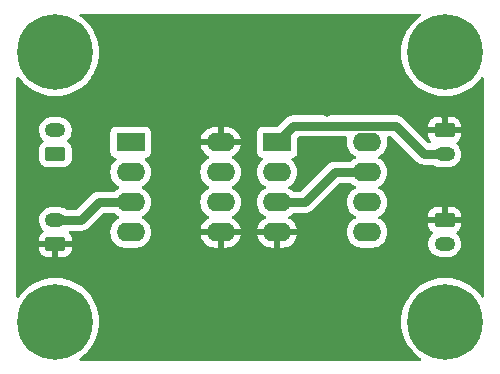
<source format=gbl>
%TF.GenerationSoftware,KiCad,Pcbnew,6.0.11-2627ca5db0~126~ubuntu22.04.1*%
%TF.CreationDate,2023-02-23T11:24:01+01:00*%
%TF.ProjectId,motordriver,6d6f746f-7264-4726-9976-65722e6b6963,rev?*%
%TF.SameCoordinates,Original*%
%TF.FileFunction,Copper,L2,Bot*%
%TF.FilePolarity,Positive*%
%FSLAX46Y46*%
G04 Gerber Fmt 4.6, Leading zero omitted, Abs format (unit mm)*
G04 Created by KiCad (PCBNEW 6.0.11-2627ca5db0~126~ubuntu22.04.1) date 2023-02-23 11:24:01*
%MOMM*%
%LPD*%
G01*
G04 APERTURE LIST*
G04 Aperture macros list*
%AMRoundRect*
0 Rectangle with rounded corners*
0 $1 Rounding radius*
0 $2 $3 $4 $5 $6 $7 $8 $9 X,Y pos of 4 corners*
0 Add a 4 corners polygon primitive as box body*
4,1,4,$2,$3,$4,$5,$6,$7,$8,$9,$2,$3,0*
0 Add four circle primitives for the rounded corners*
1,1,$1+$1,$2,$3*
1,1,$1+$1,$4,$5*
1,1,$1+$1,$6,$7*
1,1,$1+$1,$8,$9*
0 Add four rect primitives between the rounded corners*
20,1,$1+$1,$2,$3,$4,$5,0*
20,1,$1+$1,$4,$5,$6,$7,0*
20,1,$1+$1,$6,$7,$8,$9,0*
20,1,$1+$1,$8,$9,$2,$3,0*%
G04 Aperture macros list end*
%TA.AperFunction,ComponentPad*%
%ADD10RoundRect,0.250000X-0.625000X0.350000X-0.625000X-0.350000X0.625000X-0.350000X0.625000X0.350000X0*%
%TD*%
%TA.AperFunction,ComponentPad*%
%ADD11O,1.750000X1.200000*%
%TD*%
%TA.AperFunction,ComponentPad*%
%ADD12R,2.400000X1.600000*%
%TD*%
%TA.AperFunction,ComponentPad*%
%ADD13O,2.400000X1.600000*%
%TD*%
%TA.AperFunction,ComponentPad*%
%ADD14C,0.800000*%
%TD*%
%TA.AperFunction,ComponentPad*%
%ADD15C,6.400000*%
%TD*%
%TA.AperFunction,ComponentPad*%
%ADD16RoundRect,0.250000X0.625000X-0.350000X0.625000X0.350000X-0.625000X0.350000X-0.625000X-0.350000X0*%
%TD*%
%TA.AperFunction,ViaPad*%
%ADD17C,0.800000*%
%TD*%
%TA.AperFunction,Conductor*%
%ADD18C,0.762000*%
%TD*%
G04 APERTURE END LIST*
D10*
%TO.P,SW1,1,1*%
%TO.N,GND*%
X156350000Y-105915000D03*
D11*
%TO.P,SW1,2,2*%
%TO.N,Net-(R1-Pad2)*%
X156350000Y-107915000D03*
%TD*%
D12*
%TO.P,U1,1,A*%
%TO.N,Net-(R2-Pad2)*%
X142175000Y-99315000D03*
D13*
%TO.P,U1,2,B*%
%TO.N,Net-(R4-Pad2)*%
X142175000Y-101855000D03*
%TO.P,U1,3,C*%
%TO.N,Net-(R3-Pad2)*%
X142175000Y-104395000D03*
%TO.P,U1,4,VSS*%
%TO.N,GND*%
X142175000Y-106935000D03*
%TO.P,U1,5,F*%
%TO.N,Net-(R4-Pad2)*%
X149795000Y-106935000D03*
%TO.P,U1,6,E*%
%TO.N,Net-(R1-Pad2)*%
X149795000Y-104395000D03*
%TO.P,U1,7,D*%
%TO.N,Net-(R3-Pad2)*%
X149795000Y-101855000D03*
%TO.P,U1,8,VDD*%
%TO.N,+BATT*%
X149795000Y-99315000D03*
%TD*%
D14*
%TO.P,H3,1,1*%
%TO.N,unconnected-(H3-Pad1)*%
X158800000Y-114515000D03*
D15*
X156400000Y-114515000D03*
D14*
X158097056Y-112817944D03*
X154000000Y-114515000D03*
X156400000Y-116915000D03*
X154702944Y-116212056D03*
X154702944Y-112817944D03*
X156400000Y-112115000D03*
X158097056Y-116212056D03*
%TD*%
D16*
%TO.P,M1,1,+*%
%TO.N,Net-(M1-Pad1)*%
X123400000Y-100315000D03*
D11*
%TO.P,M1,2,-*%
%TO.N,Net-(M1-Pad2)*%
X123400000Y-98315000D03*
%TD*%
D14*
%TO.P,H4,1,1*%
%TO.N,unconnected-(H4-Pad1)*%
X158097056Y-93412056D03*
X156400000Y-89315000D03*
X154702944Y-90017944D03*
X154000000Y-91715000D03*
X154702944Y-93412056D03*
D15*
X156400000Y-91715000D03*
D14*
X156400000Y-94115000D03*
X158097056Y-90017944D03*
X158800000Y-91715000D03*
%TD*%
D12*
%TO.P,U2,1,OA*%
%TO.N,Net-(M1-Pad2)*%
X129775000Y-99315000D03*
D13*
%TO.P,U2,2,VCC*%
%TO.N,+BATT*%
X129775000Y-101855000D03*
%TO.P,U2,3,VCC*%
X129775000Y-104395000D03*
%TO.P,U2,4,OB*%
%TO.N,Net-(M1-Pad1)*%
X129775000Y-106935000D03*
%TO.P,U2,5,GND*%
%TO.N,GND*%
X137395000Y-106935000D03*
%TO.P,U2,6,IA*%
%TO.N,Net-(R3-Pad2)*%
X137395000Y-104395000D03*
%TO.P,U2,7,IB*%
%TO.N,Net-(R4-Pad2)*%
X137395000Y-101855000D03*
%TO.P,U2,8,GND*%
%TO.N,GND*%
X137395000Y-99315000D03*
%TD*%
D10*
%TO.P,SW2,1,1*%
%TO.N,GND*%
X156350000Y-98315000D03*
D11*
%TO.P,SW2,2,2*%
%TO.N,Net-(R2-Pad2)*%
X156350000Y-100315000D03*
%TD*%
D14*
%TO.P,H2,1,1*%
%TO.N,unconnected-(H2-Pad1)*%
X123400000Y-116915000D03*
X121000000Y-114515000D03*
X125097056Y-116212056D03*
X125800000Y-114515000D03*
X123400000Y-112115000D03*
X121702944Y-116212056D03*
X125097056Y-112817944D03*
D15*
X123400000Y-114515000D03*
D14*
X121702944Y-112817944D03*
%TD*%
D16*
%TO.P,J1,1,Pin_1*%
%TO.N,GND*%
X123400000Y-107915000D03*
D11*
%TO.P,J1,2,Pin_2*%
%TO.N,+BATT*%
X123400000Y-105915000D03*
%TD*%
D14*
%TO.P,H1,1,1*%
%TO.N,unconnected-(H1-Pad1)*%
X125097056Y-93412056D03*
X121702944Y-93412056D03*
D15*
X123400000Y-91715000D03*
D14*
X121702944Y-90017944D03*
X125097056Y-90017944D03*
X123400000Y-94115000D03*
X125800000Y-91715000D03*
X123400000Y-89315000D03*
X121000000Y-91715000D03*
%TD*%
D17*
%TO.N,GND*%
X151800000Y-109315000D03*
X136200000Y-110515000D03*
X135000000Y-109315000D03*
X148200000Y-110515000D03*
X151800000Y-110515000D03*
X150600000Y-109315000D03*
X135000000Y-110515000D03*
X129000000Y-109315000D03*
X130200000Y-110515000D03*
X138600000Y-109315000D03*
X132600000Y-109315000D03*
X130200000Y-109315000D03*
X131400000Y-109315000D03*
X147200000Y-99800000D03*
X144600000Y-110515000D03*
X136200000Y-109315000D03*
X137400000Y-110515000D03*
X147000000Y-109315000D03*
X149400000Y-109315000D03*
X127800000Y-110515000D03*
X144600000Y-109315000D03*
X133800000Y-109315000D03*
X132600000Y-110515000D03*
X142200000Y-109315000D03*
X150600000Y-110515000D03*
X143400000Y-110515000D03*
X139800000Y-110515000D03*
X139800000Y-109315000D03*
X146400000Y-96800000D03*
X147000000Y-110515000D03*
X149800000Y-90715000D03*
X141000000Y-109315000D03*
X133800000Y-110515000D03*
X145800000Y-110515000D03*
X129800000Y-90715000D03*
X131400000Y-110515000D03*
X143400000Y-109315000D03*
X138600000Y-110515000D03*
X127600000Y-100915000D03*
X141000000Y-110515000D03*
X129000000Y-110515000D03*
X148200000Y-109315000D03*
X137400000Y-109315000D03*
X127800000Y-109315000D03*
X145800000Y-109315000D03*
X142200000Y-110515000D03*
X149400000Y-110515000D03*
%TD*%
D18*
%TO.N,+BATT*%
X127120000Y-104395000D02*
X129775000Y-104395000D01*
X125600000Y-105915000D02*
X127120000Y-104395000D01*
X123400000Y-105915000D02*
X125600000Y-105915000D01*
%TO.N,Net-(R2-Pad2)*%
X154600000Y-100315000D02*
X156350000Y-100315000D01*
X142175000Y-99315000D02*
X143556000Y-97934000D01*
X143556000Y-97934000D02*
X152219000Y-97934000D01*
X152219000Y-97934000D02*
X154600000Y-100315000D01*
%TO.N,Net-(R3-Pad2)*%
X144520000Y-104395000D02*
X147060000Y-101855000D01*
X147060000Y-101855000D02*
X149795000Y-101855000D01*
X142175000Y-104395000D02*
X144520000Y-104395000D01*
%TD*%
%TA.AperFunction,Conductor*%
%TO.N,GND*%
G36*
X154302121Y-88443502D02*
G01*
X154348614Y-88497158D01*
X154358718Y-88567432D01*
X154329224Y-88632012D01*
X154302625Y-88655172D01*
X154217207Y-88710643D01*
X153915124Y-88955266D01*
X153640266Y-89230124D01*
X153395643Y-89532207D01*
X153183938Y-89858206D01*
X153007468Y-90204547D01*
X152868167Y-90567438D01*
X152767562Y-90942901D01*
X152706754Y-91326824D01*
X152686411Y-91715000D01*
X152706754Y-92103176D01*
X152767562Y-92487099D01*
X152868167Y-92862562D01*
X153007468Y-93225453D01*
X153008966Y-93228393D01*
X153108106Y-93422965D01*
X153183938Y-93571794D01*
X153185734Y-93574560D01*
X153185736Y-93574563D01*
X153340173Y-93812376D01*
X153395643Y-93897793D01*
X153640266Y-94199876D01*
X153915124Y-94474734D01*
X154217207Y-94719357D01*
X154543205Y-94931062D01*
X154546139Y-94932557D01*
X154546146Y-94932561D01*
X154886607Y-95106034D01*
X154889547Y-95107532D01*
X155252438Y-95246833D01*
X155627901Y-95347438D01*
X155831793Y-95379732D01*
X156008576Y-95407732D01*
X156008584Y-95407733D01*
X156011824Y-95408246D01*
X156400000Y-95428589D01*
X156788176Y-95408246D01*
X156791416Y-95407733D01*
X156791424Y-95407732D01*
X156968207Y-95379732D01*
X157172099Y-95347438D01*
X157547562Y-95246833D01*
X157910453Y-95107532D01*
X157913393Y-95106034D01*
X158253854Y-94932561D01*
X158253861Y-94932557D01*
X158256795Y-94931062D01*
X158582793Y-94719357D01*
X158884876Y-94474734D01*
X159159734Y-94199876D01*
X159404357Y-93897793D01*
X159459827Y-93812376D01*
X159513703Y-93766139D01*
X159584025Y-93756369D01*
X159648464Y-93786169D01*
X159686564Y-93846077D01*
X159691500Y-93881000D01*
X159691500Y-112349000D01*
X159671498Y-112417121D01*
X159617842Y-112463614D01*
X159547568Y-112473718D01*
X159482988Y-112444224D01*
X159459827Y-112417624D01*
X159406152Y-112334971D01*
X159406152Y-112334970D01*
X159404357Y-112332207D01*
X159159734Y-112030124D01*
X158884876Y-111755266D01*
X158582793Y-111510643D01*
X158256795Y-111298938D01*
X158253861Y-111297443D01*
X158253854Y-111297439D01*
X157913393Y-111123966D01*
X157910453Y-111122468D01*
X157547562Y-110983167D01*
X157172099Y-110882562D01*
X156968207Y-110850268D01*
X156791424Y-110822268D01*
X156791416Y-110822267D01*
X156788176Y-110821754D01*
X156400000Y-110801411D01*
X156011824Y-110821754D01*
X156008584Y-110822267D01*
X156008576Y-110822268D01*
X155831793Y-110850268D01*
X155627901Y-110882562D01*
X155252438Y-110983167D01*
X154889547Y-111122468D01*
X154886607Y-111123966D01*
X154546147Y-111297439D01*
X154546140Y-111297443D01*
X154543206Y-111298938D01*
X154217207Y-111510643D01*
X153915124Y-111755266D01*
X153640266Y-112030124D01*
X153395643Y-112332207D01*
X153393848Y-112334970D01*
X153393848Y-112334971D01*
X153305386Y-112471192D01*
X153183938Y-112658206D01*
X153007468Y-113004547D01*
X152868167Y-113367438D01*
X152767562Y-113742901D01*
X152706754Y-114126824D01*
X152686411Y-114515000D01*
X152706754Y-114903176D01*
X152767562Y-115287099D01*
X152868167Y-115662562D01*
X153007468Y-116025453D01*
X153183938Y-116371794D01*
X153395643Y-116697793D01*
X153640266Y-116999876D01*
X153915124Y-117274734D01*
X154217207Y-117519357D01*
X154219970Y-117521152D01*
X154219971Y-117521152D01*
X154302624Y-117574827D01*
X154348861Y-117628703D01*
X154358631Y-117699025D01*
X154328831Y-117763464D01*
X154268923Y-117801564D01*
X154234000Y-117806500D01*
X139900017Y-117806500D01*
X125566002Y-117806499D01*
X125497881Y-117786497D01*
X125451388Y-117732841D01*
X125441284Y-117662567D01*
X125470778Y-117597987D01*
X125497378Y-117574826D01*
X125580029Y-117521152D01*
X125580030Y-117521152D01*
X125582793Y-117519357D01*
X125884876Y-117274734D01*
X126159734Y-116999876D01*
X126404357Y-116697793D01*
X126616062Y-116371794D01*
X126792532Y-116025453D01*
X126931833Y-115662562D01*
X127032438Y-115287099D01*
X127093246Y-114903176D01*
X127113589Y-114515000D01*
X127093246Y-114126824D01*
X127032438Y-113742901D01*
X126931833Y-113367438D01*
X126792532Y-113004547D01*
X126616062Y-112658206D01*
X126494615Y-112471192D01*
X126406152Y-112334971D01*
X126406152Y-112334970D01*
X126404357Y-112332207D01*
X126159734Y-112030124D01*
X125884876Y-111755266D01*
X125582793Y-111510643D01*
X125256795Y-111298938D01*
X125253861Y-111297443D01*
X125253854Y-111297439D01*
X124913393Y-111123966D01*
X124910453Y-111122468D01*
X124547562Y-110983167D01*
X124172099Y-110882562D01*
X123968207Y-110850268D01*
X123791424Y-110822268D01*
X123791416Y-110822267D01*
X123788176Y-110821754D01*
X123400000Y-110801411D01*
X123011824Y-110821754D01*
X123008584Y-110822267D01*
X123008576Y-110822268D01*
X122831793Y-110850268D01*
X122627901Y-110882562D01*
X122252438Y-110983167D01*
X121889547Y-111122468D01*
X121886607Y-111123966D01*
X121546147Y-111297439D01*
X121546140Y-111297443D01*
X121543206Y-111298938D01*
X121217207Y-111510643D01*
X120915124Y-111755266D01*
X120640266Y-112030124D01*
X120395643Y-112332207D01*
X120393848Y-112334970D01*
X120393848Y-112334971D01*
X120335412Y-112424955D01*
X120281535Y-112471192D01*
X120211214Y-112480962D01*
X120146774Y-112451162D01*
X120108675Y-112391254D01*
X120103739Y-112356302D01*
X120104672Y-108312095D01*
X122017001Y-108312095D01*
X122017338Y-108318614D01*
X122027257Y-108414206D01*
X122030149Y-108427600D01*
X122081588Y-108581784D01*
X122087761Y-108594962D01*
X122173063Y-108732807D01*
X122182099Y-108744208D01*
X122296829Y-108858739D01*
X122308240Y-108867751D01*
X122446243Y-108952816D01*
X122459424Y-108958963D01*
X122613710Y-109010138D01*
X122627086Y-109013005D01*
X122721438Y-109022672D01*
X122727854Y-109023000D01*
X123127885Y-109023000D01*
X123143124Y-109018525D01*
X123144329Y-109017135D01*
X123146000Y-109009452D01*
X123146000Y-109004884D01*
X123654000Y-109004884D01*
X123658475Y-109020123D01*
X123659865Y-109021328D01*
X123667548Y-109022999D01*
X124072095Y-109022999D01*
X124078614Y-109022662D01*
X124174206Y-109012743D01*
X124187600Y-109009851D01*
X124341784Y-108958412D01*
X124354962Y-108952239D01*
X124492807Y-108866937D01*
X124504208Y-108857901D01*
X124618739Y-108743171D01*
X124627751Y-108731760D01*
X124712816Y-108593757D01*
X124718963Y-108580576D01*
X124770138Y-108426290D01*
X124773005Y-108412914D01*
X124782672Y-108318562D01*
X124783000Y-108312146D01*
X124783000Y-108187115D01*
X124778525Y-108171876D01*
X124777135Y-108170671D01*
X124769452Y-108169000D01*
X123672115Y-108169000D01*
X123656876Y-108173475D01*
X123655671Y-108174865D01*
X123654000Y-108182548D01*
X123654000Y-109004884D01*
X123146000Y-109004884D01*
X123146000Y-108187115D01*
X123141525Y-108171876D01*
X123140135Y-108170671D01*
X123132452Y-108169000D01*
X122035116Y-108169000D01*
X122019877Y-108173475D01*
X122018672Y-108174865D01*
X122017001Y-108182548D01*
X122017001Y-108312095D01*
X120104672Y-108312095D01*
X120105238Y-105860604D01*
X122012787Y-105860604D01*
X122022567Y-106071899D01*
X122072125Y-106277534D01*
X122074607Y-106282992D01*
X122074608Y-106282996D01*
X122087839Y-106312095D01*
X122159674Y-106470087D01*
X122282054Y-106642611D01*
X122286377Y-106646749D01*
X122286381Y-106646754D01*
X122377691Y-106734164D01*
X122413067Y-106795720D01*
X122409548Y-106866629D01*
X122368251Y-106924379D01*
X122356863Y-106932326D01*
X122307193Y-106963063D01*
X122295792Y-106972099D01*
X122181261Y-107086829D01*
X122172249Y-107098240D01*
X122087184Y-107236243D01*
X122081037Y-107249424D01*
X122029862Y-107403710D01*
X122026995Y-107417086D01*
X122017328Y-107511438D01*
X122017000Y-107517855D01*
X122017000Y-107642885D01*
X122021475Y-107658124D01*
X122022865Y-107659329D01*
X122030548Y-107661000D01*
X124764884Y-107661000D01*
X124780123Y-107656525D01*
X124781328Y-107655135D01*
X124782999Y-107647452D01*
X124782999Y-107517905D01*
X124782662Y-107511386D01*
X124772743Y-107415794D01*
X124769851Y-107402400D01*
X124718412Y-107248216D01*
X124712239Y-107235038D01*
X124626937Y-107097193D01*
X124617901Y-107085792D01*
X124551667Y-107019673D01*
X124517588Y-106957390D01*
X124522591Y-106886570D01*
X124565088Y-106829697D01*
X124631587Y-106804829D01*
X124640685Y-106804500D01*
X125520075Y-106804500D01*
X125539786Y-106806051D01*
X125546673Y-106807142D01*
X125546675Y-106807142D01*
X125553190Y-106808174D01*
X125559778Y-106807829D01*
X125559782Y-106807829D01*
X125619999Y-106804673D01*
X125626593Y-106804500D01*
X125646620Y-106804500D01*
X125649891Y-106804156D01*
X125649895Y-106804156D01*
X125666539Y-106802407D01*
X125673113Y-106801890D01*
X125733316Y-106798735D01*
X125733318Y-106798735D01*
X125739915Y-106798389D01*
X125753028Y-106794875D01*
X125772470Y-106791272D01*
X125773712Y-106791142D01*
X125779385Y-106790546D01*
X125779389Y-106790545D01*
X125785956Y-106789855D01*
X125849581Y-106769182D01*
X125855906Y-106767309D01*
X125863359Y-106765312D01*
X125920524Y-106749994D01*
X125932616Y-106743833D01*
X125950875Y-106736270D01*
X125963785Y-106732075D01*
X126021724Y-106698624D01*
X126027520Y-106695477D01*
X126087125Y-106665107D01*
X126097670Y-106656568D01*
X126113955Y-106645375D01*
X126120002Y-106641884D01*
X126120005Y-106641881D01*
X126125715Y-106638585D01*
X126130615Y-106634173D01*
X126130619Y-106634170D01*
X126160425Y-106607331D01*
X126175432Y-106593819D01*
X126180446Y-106589537D01*
X126193441Y-106579014D01*
X126196006Y-106576937D01*
X126210153Y-106562790D01*
X126214937Y-106558249D01*
X126259766Y-106517885D01*
X126259767Y-106517883D01*
X126264669Y-106513470D01*
X126272652Y-106502482D01*
X126285489Y-106487454D01*
X127451538Y-105321405D01*
X127513850Y-105287379D01*
X127540633Y-105284500D01*
X128361812Y-105284500D01*
X128429933Y-105304502D01*
X128450907Y-105321405D01*
X128530700Y-105401198D01*
X128535208Y-105404355D01*
X128535211Y-105404357D01*
X128551545Y-105415794D01*
X128718251Y-105532523D01*
X128723233Y-105534846D01*
X128723238Y-105534849D01*
X128757457Y-105550805D01*
X128810742Y-105597722D01*
X128830203Y-105665999D01*
X128809661Y-105733959D01*
X128757457Y-105779195D01*
X128723238Y-105795151D01*
X128723233Y-105795154D01*
X128718251Y-105797477D01*
X128636580Y-105854664D01*
X128535211Y-105925643D01*
X128535208Y-105925645D01*
X128530700Y-105928802D01*
X128368802Y-106090700D01*
X128237477Y-106278251D01*
X128235154Y-106283233D01*
X128235151Y-106283238D01*
X128167835Y-106427600D01*
X128140716Y-106485757D01*
X128139294Y-106491065D01*
X128139293Y-106491067D01*
X128098687Y-106642611D01*
X128081457Y-106706913D01*
X128061502Y-106935000D01*
X128081457Y-107163087D01*
X128082881Y-107168400D01*
X128082881Y-107168402D01*
X128092031Y-107202548D01*
X128140716Y-107384243D01*
X128143039Y-107389224D01*
X128143039Y-107389225D01*
X128235151Y-107586762D01*
X128235154Y-107586767D01*
X128237477Y-107591749D01*
X128284797Y-107659329D01*
X128358153Y-107764091D01*
X128368802Y-107779300D01*
X128530700Y-107941198D01*
X128535208Y-107944355D01*
X128535211Y-107944357D01*
X128562406Y-107963399D01*
X128718251Y-108072523D01*
X128723233Y-108074846D01*
X128723238Y-108074849D01*
X128919765Y-108166490D01*
X128925757Y-108169284D01*
X128931065Y-108170706D01*
X128931067Y-108170707D01*
X129141598Y-108227119D01*
X129141600Y-108227119D01*
X129146913Y-108228543D01*
X129245120Y-108237135D01*
X129315149Y-108243262D01*
X129315156Y-108243262D01*
X129317873Y-108243500D01*
X130232127Y-108243500D01*
X130234844Y-108243262D01*
X130234851Y-108243262D01*
X130304880Y-108237135D01*
X130403087Y-108228543D01*
X130408400Y-108227119D01*
X130408402Y-108227119D01*
X130618933Y-108170707D01*
X130618935Y-108170706D01*
X130624243Y-108169284D01*
X130630235Y-108166490D01*
X130826762Y-108074849D01*
X130826767Y-108074846D01*
X130831749Y-108072523D01*
X130987594Y-107963399D01*
X131014789Y-107944357D01*
X131014792Y-107944355D01*
X131019300Y-107941198D01*
X131181198Y-107779300D01*
X131191848Y-107764091D01*
X131265203Y-107659329D01*
X131312523Y-107591749D01*
X131314846Y-107586767D01*
X131314849Y-107586762D01*
X131406961Y-107389225D01*
X131406961Y-107389224D01*
X131409284Y-107384243D01*
X131457970Y-107202548D01*
X131458245Y-107201522D01*
X135712273Y-107201522D01*
X135759764Y-107378761D01*
X135763510Y-107389053D01*
X135855586Y-107586511D01*
X135861069Y-107596007D01*
X135986028Y-107774467D01*
X135993084Y-107782875D01*
X136147125Y-107936916D01*
X136155533Y-107943972D01*
X136333993Y-108068931D01*
X136343489Y-108074414D01*
X136540947Y-108166490D01*
X136551239Y-108170236D01*
X136761688Y-108226625D01*
X136772481Y-108228528D01*
X136935170Y-108242762D01*
X136940635Y-108243000D01*
X137122885Y-108243000D01*
X137138124Y-108238525D01*
X137139329Y-108237135D01*
X137141000Y-108229452D01*
X137141000Y-108224885D01*
X137649000Y-108224885D01*
X137653475Y-108240124D01*
X137654865Y-108241329D01*
X137662548Y-108243000D01*
X137849365Y-108243000D01*
X137854830Y-108242762D01*
X138017519Y-108228528D01*
X138028312Y-108226625D01*
X138238761Y-108170236D01*
X138249053Y-108166490D01*
X138446511Y-108074414D01*
X138456007Y-108068931D01*
X138634467Y-107943972D01*
X138642875Y-107936916D01*
X138796916Y-107782875D01*
X138803972Y-107774467D01*
X138928931Y-107596007D01*
X138934414Y-107586511D01*
X139026490Y-107389053D01*
X139030236Y-107378761D01*
X139076394Y-107206497D01*
X139076275Y-107201522D01*
X140492273Y-107201522D01*
X140539764Y-107378761D01*
X140543510Y-107389053D01*
X140635586Y-107586511D01*
X140641069Y-107596007D01*
X140766028Y-107774467D01*
X140773084Y-107782875D01*
X140927125Y-107936916D01*
X140935533Y-107943972D01*
X141113993Y-108068931D01*
X141123489Y-108074414D01*
X141320947Y-108166490D01*
X141331239Y-108170236D01*
X141541688Y-108226625D01*
X141552481Y-108228528D01*
X141715170Y-108242762D01*
X141720635Y-108243000D01*
X141902885Y-108243000D01*
X141918124Y-108238525D01*
X141919329Y-108237135D01*
X141921000Y-108229452D01*
X141921000Y-108224885D01*
X142429000Y-108224885D01*
X142433475Y-108240124D01*
X142434865Y-108241329D01*
X142442548Y-108243000D01*
X142629365Y-108243000D01*
X142634830Y-108242762D01*
X142797519Y-108228528D01*
X142808312Y-108226625D01*
X143018761Y-108170236D01*
X143029053Y-108166490D01*
X143226511Y-108074414D01*
X143236007Y-108068931D01*
X143414467Y-107943972D01*
X143422875Y-107936916D01*
X143576916Y-107782875D01*
X143583972Y-107774467D01*
X143708931Y-107596007D01*
X143714414Y-107586511D01*
X143806490Y-107389053D01*
X143810236Y-107378761D01*
X143856394Y-107206497D01*
X143856058Y-107192401D01*
X143848116Y-107189000D01*
X142447115Y-107189000D01*
X142431876Y-107193475D01*
X142430671Y-107194865D01*
X142429000Y-107202548D01*
X142429000Y-108224885D01*
X141921000Y-108224885D01*
X141921000Y-107207115D01*
X141916525Y-107191876D01*
X141915135Y-107190671D01*
X141907452Y-107189000D01*
X140507033Y-107189000D01*
X140493502Y-107192973D01*
X140492273Y-107201522D01*
X139076275Y-107201522D01*
X139076058Y-107192401D01*
X139068116Y-107189000D01*
X137667115Y-107189000D01*
X137651876Y-107193475D01*
X137650671Y-107194865D01*
X137649000Y-107202548D01*
X137649000Y-108224885D01*
X137141000Y-108224885D01*
X137141000Y-107207115D01*
X137136525Y-107191876D01*
X137135135Y-107190671D01*
X137127452Y-107189000D01*
X135727033Y-107189000D01*
X135713502Y-107192973D01*
X135712273Y-107201522D01*
X131458245Y-107201522D01*
X131467119Y-107168402D01*
X131467119Y-107168400D01*
X131468543Y-107163087D01*
X131488498Y-106935000D01*
X131468543Y-106706913D01*
X131451313Y-106642611D01*
X131410707Y-106491067D01*
X131410706Y-106491065D01*
X131409284Y-106485757D01*
X131382165Y-106427600D01*
X131314849Y-106283238D01*
X131314846Y-106283233D01*
X131312523Y-106278251D01*
X131181198Y-106090700D01*
X131019300Y-105928802D01*
X131014792Y-105925645D01*
X131014789Y-105925643D01*
X130913420Y-105854664D01*
X130831749Y-105797477D01*
X130826767Y-105795154D01*
X130826762Y-105795151D01*
X130792543Y-105779195D01*
X130739258Y-105732278D01*
X130719797Y-105664001D01*
X130740339Y-105596041D01*
X130792543Y-105550805D01*
X130826762Y-105534849D01*
X130826767Y-105534846D01*
X130831749Y-105532523D01*
X130998455Y-105415794D01*
X131014789Y-105404357D01*
X131014792Y-105404355D01*
X131019300Y-105401198D01*
X131181198Y-105239300D01*
X131189814Y-105226996D01*
X131269538Y-105113138D01*
X131312523Y-105051749D01*
X131314846Y-105046767D01*
X131314849Y-105046762D01*
X131406961Y-104849225D01*
X131406961Y-104849224D01*
X131409284Y-104844243D01*
X131418493Y-104809877D01*
X131467119Y-104628402D01*
X131467119Y-104628400D01*
X131468543Y-104623087D01*
X131488498Y-104395000D01*
X135681502Y-104395000D01*
X135701457Y-104623087D01*
X135702881Y-104628400D01*
X135702881Y-104628402D01*
X135751508Y-104809877D01*
X135760716Y-104844243D01*
X135763039Y-104849224D01*
X135763039Y-104849225D01*
X135855151Y-105046762D01*
X135855154Y-105046767D01*
X135857477Y-105051749D01*
X135900462Y-105113138D01*
X135980187Y-105226996D01*
X135988802Y-105239300D01*
X136150700Y-105401198D01*
X136155208Y-105404355D01*
X136155211Y-105404357D01*
X136171545Y-105415794D01*
X136338251Y-105532523D01*
X136343233Y-105534846D01*
X136343238Y-105534849D01*
X136378049Y-105551081D01*
X136431334Y-105597998D01*
X136450795Y-105666275D01*
X136430253Y-105734235D01*
X136378049Y-105779471D01*
X136343489Y-105795586D01*
X136333993Y-105801069D01*
X136155533Y-105926028D01*
X136147125Y-105933084D01*
X135993084Y-106087125D01*
X135986028Y-106095533D01*
X135861069Y-106273993D01*
X135855586Y-106283489D01*
X135763510Y-106480947D01*
X135759764Y-106491239D01*
X135713606Y-106663503D01*
X135713942Y-106677599D01*
X135721884Y-106681000D01*
X139062967Y-106681000D01*
X139076498Y-106677027D01*
X139077727Y-106668478D01*
X139030236Y-106491239D01*
X139026490Y-106480947D01*
X138934414Y-106283489D01*
X138928931Y-106273993D01*
X138803972Y-106095533D01*
X138796916Y-106087125D01*
X138642875Y-105933084D01*
X138634467Y-105926028D01*
X138456007Y-105801069D01*
X138446511Y-105795586D01*
X138411951Y-105779471D01*
X138358666Y-105732554D01*
X138339205Y-105664277D01*
X138359747Y-105596317D01*
X138411951Y-105551081D01*
X138446762Y-105534849D01*
X138446767Y-105534846D01*
X138451749Y-105532523D01*
X138618455Y-105415794D01*
X138634789Y-105404357D01*
X138634792Y-105404355D01*
X138639300Y-105401198D01*
X138801198Y-105239300D01*
X138809814Y-105226996D01*
X138889538Y-105113138D01*
X138932523Y-105051749D01*
X138934846Y-105046767D01*
X138934849Y-105046762D01*
X139026961Y-104849225D01*
X139026961Y-104849224D01*
X139029284Y-104844243D01*
X139038493Y-104809877D01*
X139087119Y-104628402D01*
X139087119Y-104628400D01*
X139088543Y-104623087D01*
X139108498Y-104395000D01*
X140461502Y-104395000D01*
X140481457Y-104623087D01*
X140482881Y-104628400D01*
X140482881Y-104628402D01*
X140531508Y-104809877D01*
X140540716Y-104844243D01*
X140543039Y-104849224D01*
X140543039Y-104849225D01*
X140635151Y-105046762D01*
X140635154Y-105046767D01*
X140637477Y-105051749D01*
X140680462Y-105113138D01*
X140760187Y-105226996D01*
X140768802Y-105239300D01*
X140930700Y-105401198D01*
X140935208Y-105404355D01*
X140935211Y-105404357D01*
X140951545Y-105415794D01*
X141118251Y-105532523D01*
X141123233Y-105534846D01*
X141123238Y-105534849D01*
X141158049Y-105551081D01*
X141211334Y-105597998D01*
X141230795Y-105666275D01*
X141210253Y-105734235D01*
X141158049Y-105779471D01*
X141123489Y-105795586D01*
X141113993Y-105801069D01*
X140935533Y-105926028D01*
X140927125Y-105933084D01*
X140773084Y-106087125D01*
X140766028Y-106095533D01*
X140641069Y-106273993D01*
X140635586Y-106283489D01*
X140543510Y-106480947D01*
X140539764Y-106491239D01*
X140493606Y-106663503D01*
X140493942Y-106677599D01*
X140501884Y-106681000D01*
X143842967Y-106681000D01*
X143856498Y-106677027D01*
X143857727Y-106668478D01*
X143810236Y-106491239D01*
X143806490Y-106480947D01*
X143714414Y-106283489D01*
X143708931Y-106273993D01*
X143583972Y-106095533D01*
X143576916Y-106087125D01*
X143422875Y-105933084D01*
X143414467Y-105926028D01*
X143236007Y-105801069D01*
X143226511Y-105795586D01*
X143191951Y-105779471D01*
X143138666Y-105732554D01*
X143119205Y-105664277D01*
X143139747Y-105596317D01*
X143191951Y-105551081D01*
X143226762Y-105534849D01*
X143226767Y-105534846D01*
X143231749Y-105532523D01*
X143398455Y-105415794D01*
X143414789Y-105404357D01*
X143414792Y-105404355D01*
X143419300Y-105401198D01*
X143499093Y-105321405D01*
X143561405Y-105287379D01*
X143588188Y-105284500D01*
X144440075Y-105284500D01*
X144459786Y-105286051D01*
X144466673Y-105287142D01*
X144466675Y-105287142D01*
X144473190Y-105288174D01*
X144479778Y-105287829D01*
X144479782Y-105287829D01*
X144539999Y-105284673D01*
X144546593Y-105284500D01*
X144566620Y-105284500D01*
X144569891Y-105284156D01*
X144569895Y-105284156D01*
X144586539Y-105282407D01*
X144593113Y-105281890D01*
X144653316Y-105278735D01*
X144653318Y-105278735D01*
X144659915Y-105278389D01*
X144673028Y-105274875D01*
X144692470Y-105271272D01*
X144693712Y-105271142D01*
X144699385Y-105270546D01*
X144699389Y-105270545D01*
X144705956Y-105269855D01*
X144769581Y-105249182D01*
X144775906Y-105247309D01*
X144791251Y-105243197D01*
X144840524Y-105229994D01*
X144852616Y-105223833D01*
X144870875Y-105216270D01*
X144883785Y-105212075D01*
X144941724Y-105178624D01*
X144947520Y-105175477D01*
X145007125Y-105145107D01*
X145017670Y-105136568D01*
X145033955Y-105125375D01*
X145040002Y-105121884D01*
X145040005Y-105121881D01*
X145045715Y-105118585D01*
X145050615Y-105114173D01*
X145050619Y-105114170D01*
X145095425Y-105073825D01*
X145100446Y-105069537D01*
X145113441Y-105059014D01*
X145116006Y-105056937D01*
X145130153Y-105042790D01*
X145134937Y-105038249D01*
X145179766Y-104997885D01*
X145179767Y-104997883D01*
X145184669Y-104993470D01*
X145192652Y-104982482D01*
X145205489Y-104967454D01*
X147391537Y-102781405D01*
X147453849Y-102747380D01*
X147480632Y-102744500D01*
X148381812Y-102744500D01*
X148449933Y-102764502D01*
X148470907Y-102781405D01*
X148550700Y-102861198D01*
X148555208Y-102864355D01*
X148555211Y-102864357D01*
X148633389Y-102919098D01*
X148738251Y-102992523D01*
X148743233Y-102994846D01*
X148743238Y-102994849D01*
X148777457Y-103010805D01*
X148830742Y-103057722D01*
X148850203Y-103125999D01*
X148829661Y-103193959D01*
X148777457Y-103239195D01*
X148743238Y-103255151D01*
X148743233Y-103255154D01*
X148738251Y-103257477D01*
X148633389Y-103330902D01*
X148555211Y-103385643D01*
X148555208Y-103385645D01*
X148550700Y-103388802D01*
X148388802Y-103550700D01*
X148385645Y-103555208D01*
X148385643Y-103555211D01*
X148330902Y-103633389D01*
X148257477Y-103738251D01*
X148255154Y-103743233D01*
X148255151Y-103743238D01*
X148163039Y-103940775D01*
X148160716Y-103945757D01*
X148101457Y-104166913D01*
X148081502Y-104395000D01*
X148101457Y-104623087D01*
X148102881Y-104628400D01*
X148102881Y-104628402D01*
X148151508Y-104809877D01*
X148160716Y-104844243D01*
X148163039Y-104849224D01*
X148163039Y-104849225D01*
X148255151Y-105046762D01*
X148255154Y-105046767D01*
X148257477Y-105051749D01*
X148300462Y-105113138D01*
X148380187Y-105226996D01*
X148388802Y-105239300D01*
X148550700Y-105401198D01*
X148555208Y-105404355D01*
X148555211Y-105404357D01*
X148571545Y-105415794D01*
X148738251Y-105532523D01*
X148743233Y-105534846D01*
X148743238Y-105534849D01*
X148777457Y-105550805D01*
X148830742Y-105597722D01*
X148850203Y-105665999D01*
X148829661Y-105733959D01*
X148777457Y-105779195D01*
X148743238Y-105795151D01*
X148743233Y-105795154D01*
X148738251Y-105797477D01*
X148656580Y-105854664D01*
X148555211Y-105925643D01*
X148555208Y-105925645D01*
X148550700Y-105928802D01*
X148388802Y-106090700D01*
X148257477Y-106278251D01*
X148255154Y-106283233D01*
X148255151Y-106283238D01*
X148187835Y-106427600D01*
X148160716Y-106485757D01*
X148159294Y-106491065D01*
X148159293Y-106491067D01*
X148118687Y-106642611D01*
X148101457Y-106706913D01*
X148081502Y-106935000D01*
X148101457Y-107163087D01*
X148102881Y-107168400D01*
X148102881Y-107168402D01*
X148112031Y-107202548D01*
X148160716Y-107384243D01*
X148163039Y-107389224D01*
X148163039Y-107389225D01*
X148255151Y-107586762D01*
X148255154Y-107586767D01*
X148257477Y-107591749D01*
X148304797Y-107659329D01*
X148378153Y-107764091D01*
X148388802Y-107779300D01*
X148550700Y-107941198D01*
X148555208Y-107944355D01*
X148555211Y-107944357D01*
X148582406Y-107963399D01*
X148738251Y-108072523D01*
X148743233Y-108074846D01*
X148743238Y-108074849D01*
X148939765Y-108166490D01*
X148945757Y-108169284D01*
X148951065Y-108170706D01*
X148951067Y-108170707D01*
X149161598Y-108227119D01*
X149161600Y-108227119D01*
X149166913Y-108228543D01*
X149265120Y-108237135D01*
X149335149Y-108243262D01*
X149335156Y-108243262D01*
X149337873Y-108243500D01*
X150252127Y-108243500D01*
X150254844Y-108243262D01*
X150254851Y-108243262D01*
X150324880Y-108237135D01*
X150423087Y-108228543D01*
X150428400Y-108227119D01*
X150428402Y-108227119D01*
X150638933Y-108170707D01*
X150638935Y-108170706D01*
X150644243Y-108169284D01*
X150650235Y-108166490D01*
X150846762Y-108074849D01*
X150846767Y-108074846D01*
X150851749Y-108072523D01*
X151007594Y-107963399D01*
X151034789Y-107944357D01*
X151034792Y-107944355D01*
X151039300Y-107941198D01*
X151119894Y-107860604D01*
X154962787Y-107860604D01*
X154972567Y-108071899D01*
X154973971Y-108077724D01*
X154973971Y-108077725D01*
X155013400Y-108241329D01*
X155022125Y-108277534D01*
X155024607Y-108282992D01*
X155024608Y-108282996D01*
X155068053Y-108378546D01*
X155109674Y-108470087D01*
X155232054Y-108642611D01*
X155384850Y-108788881D01*
X155562548Y-108903620D01*
X155568114Y-108905863D01*
X155753168Y-108980442D01*
X155753171Y-108980443D01*
X155758737Y-108982686D01*
X155966337Y-109023228D01*
X155971899Y-109023500D01*
X156677846Y-109023500D01*
X156835566Y-109008452D01*
X157038534Y-108948908D01*
X157122111Y-108905863D01*
X157221249Y-108854804D01*
X157221252Y-108854802D01*
X157226580Y-108852058D01*
X157392920Y-108721396D01*
X157396852Y-108716865D01*
X157396855Y-108716862D01*
X157527621Y-108566167D01*
X157531552Y-108561637D01*
X157534552Y-108556451D01*
X157534555Y-108556447D01*
X157634467Y-108383742D01*
X157637473Y-108378546D01*
X157706861Y-108178729D01*
X157708024Y-108170707D01*
X157736352Y-107975336D01*
X157736352Y-107975333D01*
X157737213Y-107969396D01*
X157727433Y-107758101D01*
X157677875Y-107552466D01*
X157662139Y-107517855D01*
X157592806Y-107365368D01*
X157590326Y-107359913D01*
X157467946Y-107187389D01*
X157463623Y-107183251D01*
X157463619Y-107183246D01*
X157372309Y-107095836D01*
X157336933Y-107034280D01*
X157340452Y-106963371D01*
X157381749Y-106905621D01*
X157393137Y-106897674D01*
X157442807Y-106866937D01*
X157454208Y-106857901D01*
X157568739Y-106743171D01*
X157577751Y-106731760D01*
X157662816Y-106593757D01*
X157668963Y-106580576D01*
X157720138Y-106426290D01*
X157723005Y-106412914D01*
X157732672Y-106318562D01*
X157733000Y-106312146D01*
X157733000Y-106187115D01*
X157728525Y-106171876D01*
X157727135Y-106170671D01*
X157719452Y-106169000D01*
X154985116Y-106169000D01*
X154969877Y-106173475D01*
X154968672Y-106174865D01*
X154967001Y-106182548D01*
X154967001Y-106312095D01*
X154967338Y-106318614D01*
X154977257Y-106414206D01*
X154980149Y-106427600D01*
X155031588Y-106581784D01*
X155037761Y-106594962D01*
X155123063Y-106732807D01*
X155132099Y-106744208D01*
X155246829Y-106858739D01*
X155258240Y-106867751D01*
X155303655Y-106895745D01*
X155351148Y-106948517D01*
X155362572Y-107018589D01*
X155334298Y-107083713D01*
X155315375Y-107102088D01*
X155307080Y-107108604D01*
X155303148Y-107113135D01*
X155303145Y-107113138D01*
X155221596Y-107207115D01*
X155168448Y-107268363D01*
X155165448Y-107273549D01*
X155165445Y-107273553D01*
X155090148Y-107403710D01*
X155062527Y-107451454D01*
X154993139Y-107651271D01*
X154992278Y-107657206D01*
X154992278Y-107657208D01*
X154974011Y-107783197D01*
X154962787Y-107860604D01*
X151119894Y-107860604D01*
X151201198Y-107779300D01*
X151211848Y-107764091D01*
X151285203Y-107659329D01*
X151332523Y-107591749D01*
X151334846Y-107586767D01*
X151334849Y-107586762D01*
X151426961Y-107389225D01*
X151426961Y-107389224D01*
X151429284Y-107384243D01*
X151477970Y-107202548D01*
X151487119Y-107168402D01*
X151487119Y-107168400D01*
X151488543Y-107163087D01*
X151508498Y-106935000D01*
X151488543Y-106706913D01*
X151471313Y-106642611D01*
X151430707Y-106491067D01*
X151430706Y-106491065D01*
X151429284Y-106485757D01*
X151402165Y-106427600D01*
X151334849Y-106283238D01*
X151334846Y-106283233D01*
X151332523Y-106278251D01*
X151201198Y-106090700D01*
X151039300Y-105928802D01*
X151034792Y-105925645D01*
X151034789Y-105925643D01*
X150933420Y-105854664D01*
X150851749Y-105797477D01*
X150846767Y-105795154D01*
X150846762Y-105795151D01*
X150812543Y-105779195D01*
X150759258Y-105732278D01*
X150739797Y-105664001D01*
X150746180Y-105642885D01*
X154967000Y-105642885D01*
X154971475Y-105658124D01*
X154972865Y-105659329D01*
X154980548Y-105661000D01*
X156077885Y-105661000D01*
X156093124Y-105656525D01*
X156094329Y-105655135D01*
X156096000Y-105647452D01*
X156096000Y-105642885D01*
X156604000Y-105642885D01*
X156608475Y-105658124D01*
X156609865Y-105659329D01*
X156617548Y-105661000D01*
X157714884Y-105661000D01*
X157730123Y-105656525D01*
X157731328Y-105655135D01*
X157732999Y-105647452D01*
X157732999Y-105517905D01*
X157732662Y-105511386D01*
X157722743Y-105415794D01*
X157719851Y-105402400D01*
X157668412Y-105248216D01*
X157662239Y-105235038D01*
X157576937Y-105097193D01*
X157567901Y-105085792D01*
X157453171Y-104971261D01*
X157441760Y-104962249D01*
X157303757Y-104877184D01*
X157290576Y-104871037D01*
X157136290Y-104819862D01*
X157122914Y-104816995D01*
X157028562Y-104807328D01*
X157022145Y-104807000D01*
X156622115Y-104807000D01*
X156606876Y-104811475D01*
X156605671Y-104812865D01*
X156604000Y-104820548D01*
X156604000Y-105642885D01*
X156096000Y-105642885D01*
X156096000Y-104825116D01*
X156091525Y-104809877D01*
X156090135Y-104808672D01*
X156082452Y-104807001D01*
X155677905Y-104807001D01*
X155671386Y-104807338D01*
X155575794Y-104817257D01*
X155562400Y-104820149D01*
X155408216Y-104871588D01*
X155395038Y-104877761D01*
X155257193Y-104963063D01*
X155245792Y-104972099D01*
X155131261Y-105086829D01*
X155122249Y-105098240D01*
X155037184Y-105236243D01*
X155031037Y-105249424D01*
X154979862Y-105403710D01*
X154976995Y-105417086D01*
X154967328Y-105511438D01*
X154967000Y-105517855D01*
X154967000Y-105642885D01*
X150746180Y-105642885D01*
X150760339Y-105596041D01*
X150812543Y-105550805D01*
X150846762Y-105534849D01*
X150846767Y-105534846D01*
X150851749Y-105532523D01*
X151018455Y-105415794D01*
X151034789Y-105404357D01*
X151034792Y-105404355D01*
X151039300Y-105401198D01*
X151201198Y-105239300D01*
X151209814Y-105226996D01*
X151289538Y-105113138D01*
X151332523Y-105051749D01*
X151334846Y-105046767D01*
X151334849Y-105046762D01*
X151426961Y-104849225D01*
X151426961Y-104849224D01*
X151429284Y-104844243D01*
X151438493Y-104809877D01*
X151487119Y-104628402D01*
X151487119Y-104628400D01*
X151488543Y-104623087D01*
X151508498Y-104395000D01*
X151488543Y-104166913D01*
X151429284Y-103945757D01*
X151426961Y-103940775D01*
X151334849Y-103743238D01*
X151334846Y-103743233D01*
X151332523Y-103738251D01*
X151259098Y-103633389D01*
X151204357Y-103555211D01*
X151204355Y-103555208D01*
X151201198Y-103550700D01*
X151039300Y-103388802D01*
X151034792Y-103385645D01*
X151034789Y-103385643D01*
X150956611Y-103330902D01*
X150851749Y-103257477D01*
X150846767Y-103255154D01*
X150846762Y-103255151D01*
X150812543Y-103239195D01*
X150759258Y-103192278D01*
X150739797Y-103124001D01*
X150760339Y-103056041D01*
X150812543Y-103010805D01*
X150846762Y-102994849D01*
X150846767Y-102994846D01*
X150851749Y-102992523D01*
X150956611Y-102919098D01*
X151034789Y-102864357D01*
X151034792Y-102864355D01*
X151039300Y-102861198D01*
X151201198Y-102699300D01*
X151332523Y-102511749D01*
X151334846Y-102506767D01*
X151334849Y-102506762D01*
X151426961Y-102309225D01*
X151426961Y-102309224D01*
X151429284Y-102304243D01*
X151488543Y-102083087D01*
X151508498Y-101855000D01*
X151488543Y-101626913D01*
X151434021Y-101423434D01*
X151430707Y-101411067D01*
X151430706Y-101411065D01*
X151429284Y-101405757D01*
X151418526Y-101382686D01*
X151334849Y-101203238D01*
X151334846Y-101203233D01*
X151332523Y-101198251D01*
X151222574Y-101041228D01*
X151204357Y-101015211D01*
X151204355Y-101015208D01*
X151201198Y-101010700D01*
X151039300Y-100848802D01*
X151034792Y-100845645D01*
X151034789Y-100845643D01*
X150938964Y-100778546D01*
X150851749Y-100717477D01*
X150846767Y-100715154D01*
X150846762Y-100715151D01*
X150812543Y-100699195D01*
X150759258Y-100652278D01*
X150739797Y-100584001D01*
X150760339Y-100516041D01*
X150812543Y-100470805D01*
X150846762Y-100454849D01*
X150846767Y-100454846D01*
X150851749Y-100452523D01*
X150993458Y-100353297D01*
X151034789Y-100324357D01*
X151034792Y-100324355D01*
X151039300Y-100321198D01*
X151201198Y-100159300D01*
X151206119Y-100152273D01*
X151329366Y-99976257D01*
X151332523Y-99971749D01*
X151334846Y-99966767D01*
X151334849Y-99966762D01*
X151426961Y-99769225D01*
X151426961Y-99769224D01*
X151429284Y-99764243D01*
X151460108Y-99649209D01*
X151487119Y-99548402D01*
X151487119Y-99548400D01*
X151488543Y-99543087D01*
X151508498Y-99315000D01*
X151488543Y-99086913D01*
X151460461Y-98982110D01*
X151462151Y-98911135D01*
X151501945Y-98852339D01*
X151567209Y-98824391D01*
X151582168Y-98823500D01*
X151798367Y-98823500D01*
X151866488Y-98843502D01*
X151887462Y-98860405D01*
X153914511Y-100887454D01*
X153927348Y-100902482D01*
X153935331Y-100913470D01*
X153940233Y-100917883D01*
X153940234Y-100917885D01*
X153985063Y-100958249D01*
X153989847Y-100962790D01*
X154003993Y-100976936D01*
X154019555Y-100989537D01*
X154024564Y-100993815D01*
X154069379Y-101034168D01*
X154069382Y-101034170D01*
X154074285Y-101038585D01*
X154080001Y-101041885D01*
X154080005Y-101041888D01*
X154086038Y-101045371D01*
X154102334Y-101056570D01*
X154112874Y-101065106D01*
X154118756Y-101068103D01*
X154118759Y-101068105D01*
X154172486Y-101095481D01*
X154178281Y-101098627D01*
X154236215Y-101132075D01*
X154242499Y-101134117D01*
X154242504Y-101134119D01*
X154249121Y-101136269D01*
X154267385Y-101143834D01*
X154273590Y-101146996D01*
X154273595Y-101146998D01*
X154279475Y-101149994D01*
X154344111Y-101167313D01*
X154350412Y-101169180D01*
X154414044Y-101189855D01*
X154420609Y-101190545D01*
X154420618Y-101190547D01*
X154427543Y-101191275D01*
X154446976Y-101194876D01*
X154451964Y-101196212D01*
X154460084Y-101198388D01*
X154466677Y-101198734D01*
X154466680Y-101198734D01*
X154526881Y-101201889D01*
X154533456Y-101202406D01*
X154553380Y-101204500D01*
X154573413Y-101204500D01*
X154580007Y-101204673D01*
X154640217Y-101207829D01*
X154640222Y-101207829D01*
X154646809Y-101208174D01*
X154653324Y-101207142D01*
X154653326Y-101207142D01*
X154660213Y-101206051D01*
X154679924Y-101204500D01*
X155371895Y-101204500D01*
X155440242Y-101224648D01*
X155562548Y-101303620D01*
X155568114Y-101305863D01*
X155753168Y-101380442D01*
X155753171Y-101380443D01*
X155758737Y-101382686D01*
X155966337Y-101423228D01*
X155971899Y-101423500D01*
X156677846Y-101423500D01*
X156835566Y-101408452D01*
X157038534Y-101348908D01*
X157122111Y-101305863D01*
X157221249Y-101254804D01*
X157221252Y-101254802D01*
X157226580Y-101252058D01*
X157392920Y-101121396D01*
X157396852Y-101116865D01*
X157396855Y-101116862D01*
X157527621Y-100966167D01*
X157531552Y-100961637D01*
X157534552Y-100956451D01*
X157534555Y-100956447D01*
X157634467Y-100783742D01*
X157637473Y-100778546D01*
X157706861Y-100578729D01*
X157707722Y-100572792D01*
X157736352Y-100375336D01*
X157736352Y-100375333D01*
X157737213Y-100369396D01*
X157727433Y-100158101D01*
X157683609Y-99976257D01*
X157679281Y-99958299D01*
X157679280Y-99958297D01*
X157677875Y-99952466D01*
X157662144Y-99917866D01*
X157594560Y-99769225D01*
X157590326Y-99759913D01*
X157467946Y-99587389D01*
X157463623Y-99583251D01*
X157463619Y-99583246D01*
X157372309Y-99495836D01*
X157336933Y-99434280D01*
X157340452Y-99363371D01*
X157381749Y-99305621D01*
X157393137Y-99297674D01*
X157442807Y-99266937D01*
X157454208Y-99257901D01*
X157568739Y-99143171D01*
X157577751Y-99131760D01*
X157662816Y-98993757D01*
X157668963Y-98980576D01*
X157720138Y-98826290D01*
X157723005Y-98812914D01*
X157732672Y-98718562D01*
X157733000Y-98712146D01*
X157733000Y-98587115D01*
X157728525Y-98571876D01*
X157727135Y-98570671D01*
X157719452Y-98569000D01*
X154985116Y-98569000D01*
X154969877Y-98573475D01*
X154968672Y-98574865D01*
X154967001Y-98582548D01*
X154967001Y-98712095D01*
X154967338Y-98718614D01*
X154977257Y-98814206D01*
X154980149Y-98827600D01*
X155031588Y-98981784D01*
X155037761Y-98994962D01*
X155123063Y-99132807D01*
X155132099Y-99144208D01*
X155198333Y-99210327D01*
X155232412Y-99272610D01*
X155227409Y-99343430D01*
X155184912Y-99400303D01*
X155118413Y-99425171D01*
X155109315Y-99425500D01*
X155020633Y-99425500D01*
X154952512Y-99405498D01*
X154931538Y-99388595D01*
X153585828Y-98042885D01*
X154967000Y-98042885D01*
X154971475Y-98058124D01*
X154972865Y-98059329D01*
X154980548Y-98061000D01*
X156077885Y-98061000D01*
X156093124Y-98056525D01*
X156094329Y-98055135D01*
X156096000Y-98047452D01*
X156096000Y-98042885D01*
X156604000Y-98042885D01*
X156608475Y-98058124D01*
X156609865Y-98059329D01*
X156617548Y-98061000D01*
X157714884Y-98061000D01*
X157730123Y-98056525D01*
X157731328Y-98055135D01*
X157732999Y-98047452D01*
X157732999Y-97917905D01*
X157732662Y-97911386D01*
X157722743Y-97815794D01*
X157719851Y-97802400D01*
X157668412Y-97648216D01*
X157662239Y-97635038D01*
X157576937Y-97497193D01*
X157567901Y-97485792D01*
X157453171Y-97371261D01*
X157441760Y-97362249D01*
X157303757Y-97277184D01*
X157290576Y-97271037D01*
X157136290Y-97219862D01*
X157122914Y-97216995D01*
X157028562Y-97207328D01*
X157022145Y-97207000D01*
X156622115Y-97207000D01*
X156606876Y-97211475D01*
X156605671Y-97212865D01*
X156604000Y-97220548D01*
X156604000Y-98042885D01*
X156096000Y-98042885D01*
X156096000Y-97225116D01*
X156091525Y-97209877D01*
X156090135Y-97208672D01*
X156082452Y-97207001D01*
X155677905Y-97207001D01*
X155671386Y-97207338D01*
X155575794Y-97217257D01*
X155562400Y-97220149D01*
X155408216Y-97271588D01*
X155395038Y-97277761D01*
X155257193Y-97363063D01*
X155245792Y-97372099D01*
X155131261Y-97486829D01*
X155122249Y-97498240D01*
X155037184Y-97636243D01*
X155031037Y-97649424D01*
X154979862Y-97803710D01*
X154976995Y-97817086D01*
X154967328Y-97911438D01*
X154967000Y-97917855D01*
X154967000Y-98042885D01*
X153585828Y-98042885D01*
X152904489Y-97361546D01*
X152891652Y-97346518D01*
X152883669Y-97335530D01*
X152833937Y-97290751D01*
X152829153Y-97286210D01*
X152815006Y-97272063D01*
X152799446Y-97259463D01*
X152794425Y-97255175D01*
X152749619Y-97214830D01*
X152749615Y-97214827D01*
X152744715Y-97210415D01*
X152739005Y-97207119D01*
X152739002Y-97207116D01*
X152732955Y-97203625D01*
X152716670Y-97192432D01*
X152706125Y-97183893D01*
X152646520Y-97153523D01*
X152640724Y-97150376D01*
X152634975Y-97147057D01*
X152582785Y-97116925D01*
X152569875Y-97112730D01*
X152551616Y-97105167D01*
X152539524Y-97099006D01*
X152474906Y-97081691D01*
X152468582Y-97079818D01*
X152459981Y-97077023D01*
X152404956Y-97059145D01*
X152398389Y-97058455D01*
X152398385Y-97058454D01*
X152392712Y-97057858D01*
X152391470Y-97057728D01*
X152372028Y-97054125D01*
X152358915Y-97050611D01*
X152352318Y-97050265D01*
X152352316Y-97050265D01*
X152292113Y-97047110D01*
X152285539Y-97046593D01*
X152268895Y-97044844D01*
X152268891Y-97044844D01*
X152265620Y-97044500D01*
X152245593Y-97044500D01*
X152238999Y-97044327D01*
X152178782Y-97041171D01*
X152178778Y-97041171D01*
X152172190Y-97040826D01*
X152165675Y-97041858D01*
X152165673Y-97041858D01*
X152158786Y-97042949D01*
X152139075Y-97044500D01*
X143635925Y-97044500D01*
X143616214Y-97042949D01*
X143609327Y-97041858D01*
X143609325Y-97041858D01*
X143602810Y-97040826D01*
X143596222Y-97041171D01*
X143596218Y-97041171D01*
X143536001Y-97044327D01*
X143529407Y-97044500D01*
X143509380Y-97044500D01*
X143506109Y-97044844D01*
X143506105Y-97044844D01*
X143489461Y-97046593D01*
X143482887Y-97047110D01*
X143422684Y-97050265D01*
X143422682Y-97050265D01*
X143416085Y-97050611D01*
X143402972Y-97054125D01*
X143383530Y-97057728D01*
X143382288Y-97057858D01*
X143376615Y-97058454D01*
X143376611Y-97058455D01*
X143370044Y-97059145D01*
X143315019Y-97077023D01*
X143306418Y-97079818D01*
X143300094Y-97081691D01*
X143235476Y-97099006D01*
X143223384Y-97105167D01*
X143205125Y-97112730D01*
X143192215Y-97116925D01*
X143140025Y-97147057D01*
X143134276Y-97150376D01*
X143128480Y-97153523D01*
X143068875Y-97183893D01*
X143058330Y-97192432D01*
X143042045Y-97203625D01*
X143035998Y-97207116D01*
X143035995Y-97207119D01*
X143030285Y-97210415D01*
X143025385Y-97214827D01*
X143025381Y-97214830D01*
X142980575Y-97255175D01*
X142975554Y-97259463D01*
X142959994Y-97272063D01*
X142945847Y-97286210D01*
X142941063Y-97290751D01*
X142891331Y-97335530D01*
X142883348Y-97346518D01*
X142870511Y-97361546D01*
X142262462Y-97969595D01*
X142200150Y-98003621D01*
X142173367Y-98006500D01*
X140926866Y-98006500D01*
X140864684Y-98013255D01*
X140728295Y-98064385D01*
X140611739Y-98151739D01*
X140524385Y-98268295D01*
X140473255Y-98404684D01*
X140466500Y-98466866D01*
X140466500Y-100163134D01*
X140473255Y-100225316D01*
X140524385Y-100361705D01*
X140611739Y-100478261D01*
X140728295Y-100565615D01*
X140864684Y-100616745D01*
X140875474Y-100617917D01*
X140877606Y-100618803D01*
X140880222Y-100619425D01*
X140880121Y-100619848D01*
X140941035Y-100645155D01*
X140981463Y-100703517D01*
X140983922Y-100774471D01*
X140947629Y-100835490D01*
X140938969Y-100842489D01*
X140935207Y-100845646D01*
X140930700Y-100848802D01*
X140768802Y-101010700D01*
X140765645Y-101015208D01*
X140765643Y-101015211D01*
X140747426Y-101041228D01*
X140637477Y-101198251D01*
X140635154Y-101203233D01*
X140635151Y-101203238D01*
X140551474Y-101382686D01*
X140540716Y-101405757D01*
X140539294Y-101411065D01*
X140539293Y-101411067D01*
X140535979Y-101423434D01*
X140481457Y-101626913D01*
X140461502Y-101855000D01*
X140481457Y-102083087D01*
X140540716Y-102304243D01*
X140543039Y-102309224D01*
X140543039Y-102309225D01*
X140635151Y-102506762D01*
X140635154Y-102506767D01*
X140637477Y-102511749D01*
X140768802Y-102699300D01*
X140930700Y-102861198D01*
X140935208Y-102864355D01*
X140935211Y-102864357D01*
X141013389Y-102919098D01*
X141118251Y-102992523D01*
X141123233Y-102994846D01*
X141123238Y-102994849D01*
X141157457Y-103010805D01*
X141210742Y-103057722D01*
X141230203Y-103125999D01*
X141209661Y-103193959D01*
X141157457Y-103239195D01*
X141123238Y-103255151D01*
X141123233Y-103255154D01*
X141118251Y-103257477D01*
X141013389Y-103330902D01*
X140935211Y-103385643D01*
X140935208Y-103385645D01*
X140930700Y-103388802D01*
X140768802Y-103550700D01*
X140765645Y-103555208D01*
X140765643Y-103555211D01*
X140710902Y-103633389D01*
X140637477Y-103738251D01*
X140635154Y-103743233D01*
X140635151Y-103743238D01*
X140543039Y-103940775D01*
X140540716Y-103945757D01*
X140481457Y-104166913D01*
X140461502Y-104395000D01*
X139108498Y-104395000D01*
X139088543Y-104166913D01*
X139029284Y-103945757D01*
X139026961Y-103940775D01*
X138934849Y-103743238D01*
X138934846Y-103743233D01*
X138932523Y-103738251D01*
X138859098Y-103633389D01*
X138804357Y-103555211D01*
X138804355Y-103555208D01*
X138801198Y-103550700D01*
X138639300Y-103388802D01*
X138634792Y-103385645D01*
X138634789Y-103385643D01*
X138556611Y-103330902D01*
X138451749Y-103257477D01*
X138446767Y-103255154D01*
X138446762Y-103255151D01*
X138412543Y-103239195D01*
X138359258Y-103192278D01*
X138339797Y-103124001D01*
X138360339Y-103056041D01*
X138412543Y-103010805D01*
X138446762Y-102994849D01*
X138446767Y-102994846D01*
X138451749Y-102992523D01*
X138556611Y-102919098D01*
X138634789Y-102864357D01*
X138634792Y-102864355D01*
X138639300Y-102861198D01*
X138801198Y-102699300D01*
X138932523Y-102511749D01*
X138934846Y-102506767D01*
X138934849Y-102506762D01*
X139026961Y-102309225D01*
X139026961Y-102309224D01*
X139029284Y-102304243D01*
X139088543Y-102083087D01*
X139108498Y-101855000D01*
X139088543Y-101626913D01*
X139034021Y-101423434D01*
X139030707Y-101411067D01*
X139030706Y-101411065D01*
X139029284Y-101405757D01*
X139018526Y-101382686D01*
X138934849Y-101203238D01*
X138934846Y-101203233D01*
X138932523Y-101198251D01*
X138822574Y-101041228D01*
X138804357Y-101015211D01*
X138804355Y-101015208D01*
X138801198Y-101010700D01*
X138639300Y-100848802D01*
X138634792Y-100845645D01*
X138634789Y-100845643D01*
X138538964Y-100778546D01*
X138451749Y-100717477D01*
X138446767Y-100715154D01*
X138446762Y-100715151D01*
X138411951Y-100698919D01*
X138358666Y-100652002D01*
X138339205Y-100583725D01*
X138359747Y-100515765D01*
X138411951Y-100470529D01*
X138446511Y-100454414D01*
X138456007Y-100448931D01*
X138634467Y-100323972D01*
X138642875Y-100316916D01*
X138796916Y-100162875D01*
X138803972Y-100154467D01*
X138928931Y-99976007D01*
X138934414Y-99966511D01*
X139026490Y-99769053D01*
X139030236Y-99758761D01*
X139076394Y-99586497D01*
X139076058Y-99572401D01*
X139068116Y-99569000D01*
X135727033Y-99569000D01*
X135713502Y-99572973D01*
X135712273Y-99581522D01*
X135759764Y-99758761D01*
X135763510Y-99769053D01*
X135855586Y-99966511D01*
X135861069Y-99976007D01*
X135986028Y-100154467D01*
X135993084Y-100162875D01*
X136147125Y-100316916D01*
X136155533Y-100323972D01*
X136333993Y-100448931D01*
X136343489Y-100454414D01*
X136378049Y-100470529D01*
X136431334Y-100517446D01*
X136450795Y-100585723D01*
X136430253Y-100653683D01*
X136378049Y-100698919D01*
X136343238Y-100715151D01*
X136343233Y-100715154D01*
X136338251Y-100717477D01*
X136251036Y-100778546D01*
X136155211Y-100845643D01*
X136155208Y-100845645D01*
X136150700Y-100848802D01*
X135988802Y-101010700D01*
X135985645Y-101015208D01*
X135985643Y-101015211D01*
X135967426Y-101041228D01*
X135857477Y-101198251D01*
X135855154Y-101203233D01*
X135855151Y-101203238D01*
X135771474Y-101382686D01*
X135760716Y-101405757D01*
X135759294Y-101411065D01*
X135759293Y-101411067D01*
X135755979Y-101423434D01*
X135701457Y-101626913D01*
X135681502Y-101855000D01*
X135701457Y-102083087D01*
X135760716Y-102304243D01*
X135763039Y-102309224D01*
X135763039Y-102309225D01*
X135855151Y-102506762D01*
X135855154Y-102506767D01*
X135857477Y-102511749D01*
X135988802Y-102699300D01*
X136150700Y-102861198D01*
X136155208Y-102864355D01*
X136155211Y-102864357D01*
X136233389Y-102919098D01*
X136338251Y-102992523D01*
X136343233Y-102994846D01*
X136343238Y-102994849D01*
X136377457Y-103010805D01*
X136430742Y-103057722D01*
X136450203Y-103125999D01*
X136429661Y-103193959D01*
X136377457Y-103239195D01*
X136343238Y-103255151D01*
X136343233Y-103255154D01*
X136338251Y-103257477D01*
X136233389Y-103330902D01*
X136155211Y-103385643D01*
X136155208Y-103385645D01*
X136150700Y-103388802D01*
X135988802Y-103550700D01*
X135985645Y-103555208D01*
X135985643Y-103555211D01*
X135930902Y-103633389D01*
X135857477Y-103738251D01*
X135855154Y-103743233D01*
X135855151Y-103743238D01*
X135763039Y-103940775D01*
X135760716Y-103945757D01*
X135701457Y-104166913D01*
X135681502Y-104395000D01*
X131488498Y-104395000D01*
X131468543Y-104166913D01*
X131409284Y-103945757D01*
X131406961Y-103940775D01*
X131314849Y-103743238D01*
X131314846Y-103743233D01*
X131312523Y-103738251D01*
X131239098Y-103633389D01*
X131184357Y-103555211D01*
X131184355Y-103555208D01*
X131181198Y-103550700D01*
X131019300Y-103388802D01*
X131014792Y-103385645D01*
X131014789Y-103385643D01*
X130936611Y-103330902D01*
X130831749Y-103257477D01*
X130826767Y-103255154D01*
X130826762Y-103255151D01*
X130792543Y-103239195D01*
X130739258Y-103192278D01*
X130719797Y-103124001D01*
X130740339Y-103056041D01*
X130792543Y-103010805D01*
X130826762Y-102994849D01*
X130826767Y-102994846D01*
X130831749Y-102992523D01*
X130936611Y-102919098D01*
X131014789Y-102864357D01*
X131014792Y-102864355D01*
X131019300Y-102861198D01*
X131181198Y-102699300D01*
X131312523Y-102511749D01*
X131314846Y-102506767D01*
X131314849Y-102506762D01*
X131406961Y-102309225D01*
X131406961Y-102309224D01*
X131409284Y-102304243D01*
X131468543Y-102083087D01*
X131488498Y-101855000D01*
X131468543Y-101626913D01*
X131414021Y-101423434D01*
X131410707Y-101411067D01*
X131410706Y-101411065D01*
X131409284Y-101405757D01*
X131398526Y-101382686D01*
X131314849Y-101203238D01*
X131314846Y-101203233D01*
X131312523Y-101198251D01*
X131202574Y-101041228D01*
X131184357Y-101015211D01*
X131184355Y-101015208D01*
X131181198Y-101010700D01*
X131019300Y-100848802D01*
X131014789Y-100845643D01*
X131010576Y-100842108D01*
X131011527Y-100840974D01*
X130971529Y-100790929D01*
X130964224Y-100720310D01*
X130996258Y-100656951D01*
X131057462Y-100620970D01*
X131074517Y-100617918D01*
X131085316Y-100616745D01*
X131221705Y-100565615D01*
X131338261Y-100478261D01*
X131425615Y-100361705D01*
X131476745Y-100225316D01*
X131483500Y-100163134D01*
X131483500Y-99043503D01*
X135713606Y-99043503D01*
X135713942Y-99057599D01*
X135721884Y-99061000D01*
X137122885Y-99061000D01*
X137138124Y-99056525D01*
X137139329Y-99055135D01*
X137141000Y-99047452D01*
X137141000Y-99042885D01*
X137649000Y-99042885D01*
X137653475Y-99058124D01*
X137654865Y-99059329D01*
X137662548Y-99061000D01*
X139062967Y-99061000D01*
X139076498Y-99057027D01*
X139077727Y-99048478D01*
X139030236Y-98871239D01*
X139026490Y-98860947D01*
X138934414Y-98663489D01*
X138928931Y-98653993D01*
X138803972Y-98475533D01*
X138796916Y-98467125D01*
X138642875Y-98313084D01*
X138634467Y-98306028D01*
X138456007Y-98181069D01*
X138446511Y-98175586D01*
X138249053Y-98083510D01*
X138238761Y-98079764D01*
X138028312Y-98023375D01*
X138017519Y-98021472D01*
X137854830Y-98007238D01*
X137849365Y-98007000D01*
X137667115Y-98007000D01*
X137651876Y-98011475D01*
X137650671Y-98012865D01*
X137649000Y-98020548D01*
X137649000Y-99042885D01*
X137141000Y-99042885D01*
X137141000Y-98025115D01*
X137136525Y-98009876D01*
X137135135Y-98008671D01*
X137127452Y-98007000D01*
X136940635Y-98007000D01*
X136935170Y-98007238D01*
X136772481Y-98021472D01*
X136761688Y-98023375D01*
X136551239Y-98079764D01*
X136540947Y-98083510D01*
X136343489Y-98175586D01*
X136333993Y-98181069D01*
X136155533Y-98306028D01*
X136147125Y-98313084D01*
X135993084Y-98467125D01*
X135986028Y-98475533D01*
X135861069Y-98653993D01*
X135855586Y-98663489D01*
X135763510Y-98860947D01*
X135759764Y-98871239D01*
X135713606Y-99043503D01*
X131483500Y-99043503D01*
X131483500Y-98466866D01*
X131476745Y-98404684D01*
X131425615Y-98268295D01*
X131338261Y-98151739D01*
X131221705Y-98064385D01*
X131085316Y-98013255D01*
X131023134Y-98006500D01*
X128526866Y-98006500D01*
X128464684Y-98013255D01*
X128328295Y-98064385D01*
X128211739Y-98151739D01*
X128124385Y-98268295D01*
X128073255Y-98404684D01*
X128066500Y-98466866D01*
X128066500Y-100163134D01*
X128073255Y-100225316D01*
X128124385Y-100361705D01*
X128211739Y-100478261D01*
X128328295Y-100565615D01*
X128464684Y-100616745D01*
X128475474Y-100617917D01*
X128477606Y-100618803D01*
X128480222Y-100619425D01*
X128480121Y-100619848D01*
X128541035Y-100645155D01*
X128581463Y-100703517D01*
X128583922Y-100774471D01*
X128547629Y-100835490D01*
X128538969Y-100842489D01*
X128535207Y-100845646D01*
X128530700Y-100848802D01*
X128368802Y-101010700D01*
X128365645Y-101015208D01*
X128365643Y-101015211D01*
X128347426Y-101041228D01*
X128237477Y-101198251D01*
X128235154Y-101203233D01*
X128235151Y-101203238D01*
X128151474Y-101382686D01*
X128140716Y-101405757D01*
X128139294Y-101411065D01*
X128139293Y-101411067D01*
X128135979Y-101423434D01*
X128081457Y-101626913D01*
X128061502Y-101855000D01*
X128081457Y-102083087D01*
X128140716Y-102304243D01*
X128143039Y-102309224D01*
X128143039Y-102309225D01*
X128235151Y-102506762D01*
X128235154Y-102506767D01*
X128237477Y-102511749D01*
X128368802Y-102699300D01*
X128530700Y-102861198D01*
X128535208Y-102864355D01*
X128535211Y-102864357D01*
X128613389Y-102919098D01*
X128718251Y-102992523D01*
X128723233Y-102994846D01*
X128723238Y-102994849D01*
X128757457Y-103010805D01*
X128810742Y-103057722D01*
X128830203Y-103125999D01*
X128809661Y-103193959D01*
X128757457Y-103239195D01*
X128723238Y-103255151D01*
X128723233Y-103255154D01*
X128718251Y-103257477D01*
X128613389Y-103330902D01*
X128535211Y-103385643D01*
X128535208Y-103385645D01*
X128530700Y-103388802D01*
X128450907Y-103468595D01*
X128388595Y-103502621D01*
X128361812Y-103505500D01*
X127199925Y-103505500D01*
X127180214Y-103503949D01*
X127173327Y-103502858D01*
X127173325Y-103502858D01*
X127166810Y-103501826D01*
X127160222Y-103502171D01*
X127160218Y-103502171D01*
X127100001Y-103505327D01*
X127093407Y-103505500D01*
X127073380Y-103505500D01*
X127070109Y-103505844D01*
X127070105Y-103505844D01*
X127053461Y-103507593D01*
X127046887Y-103508110D01*
X126986684Y-103511265D01*
X126986682Y-103511265D01*
X126980085Y-103511611D01*
X126966972Y-103515125D01*
X126947530Y-103518728D01*
X126946288Y-103518858D01*
X126940615Y-103519454D01*
X126940611Y-103519455D01*
X126934044Y-103520145D01*
X126879019Y-103538023D01*
X126870418Y-103540818D01*
X126864094Y-103542691D01*
X126799476Y-103560006D01*
X126787384Y-103566167D01*
X126769125Y-103573730D01*
X126756215Y-103577925D01*
X126704025Y-103608057D01*
X126698276Y-103611376D01*
X126692480Y-103614523D01*
X126632875Y-103644893D01*
X126622330Y-103653432D01*
X126606045Y-103664625D01*
X126599998Y-103668116D01*
X126599995Y-103668119D01*
X126594285Y-103671415D01*
X126589385Y-103675827D01*
X126589381Y-103675830D01*
X126544575Y-103716175D01*
X126539554Y-103720463D01*
X126523994Y-103733063D01*
X126509847Y-103747210D01*
X126505063Y-103751751D01*
X126455331Y-103796530D01*
X126447348Y-103807518D01*
X126434511Y-103822546D01*
X125268462Y-104988595D01*
X125206150Y-105022621D01*
X125179367Y-105025500D01*
X124378105Y-105025500D01*
X124309757Y-105005352D01*
X124298193Y-104997885D01*
X124187452Y-104926380D01*
X124127354Y-104902160D01*
X123996832Y-104849558D01*
X123996829Y-104849557D01*
X123991263Y-104847314D01*
X123783663Y-104806772D01*
X123778101Y-104806500D01*
X123072154Y-104806500D01*
X122914434Y-104821548D01*
X122711466Y-104881092D01*
X122706139Y-104883836D01*
X122706138Y-104883836D01*
X122528751Y-104975196D01*
X122528748Y-104975198D01*
X122523420Y-104977942D01*
X122357080Y-105108604D01*
X122353148Y-105113135D01*
X122353145Y-105113138D01*
X122251743Y-105229994D01*
X122218448Y-105268363D01*
X122215448Y-105273549D01*
X122215445Y-105273553D01*
X122140148Y-105403710D01*
X122112527Y-105451454D01*
X122043139Y-105651271D01*
X122042278Y-105657206D01*
X122042278Y-105657208D01*
X122040964Y-105666275D01*
X122012787Y-105860604D01*
X120105238Y-105860604D01*
X120106991Y-98260604D01*
X122012787Y-98260604D01*
X122022567Y-98471899D01*
X122023971Y-98477724D01*
X122023971Y-98477725D01*
X122066452Y-98653993D01*
X122072125Y-98677534D01*
X122074607Y-98682992D01*
X122074608Y-98682996D01*
X122118053Y-98778546D01*
X122159674Y-98870087D01*
X122282054Y-99042611D01*
X122286381Y-99046753D01*
X122286386Y-99046759D01*
X122377317Y-99133806D01*
X122412694Y-99195361D01*
X122409175Y-99266270D01*
X122367879Y-99324021D01*
X122356496Y-99331965D01*
X122300652Y-99366522D01*
X122175695Y-99491697D01*
X122171855Y-99497927D01*
X122171854Y-99497928D01*
X122113698Y-99592275D01*
X122082885Y-99642262D01*
X122080581Y-99649209D01*
X122040831Y-99769053D01*
X122027203Y-99810139D01*
X122016500Y-99914600D01*
X122016500Y-100715400D01*
X122016837Y-100718646D01*
X122016837Y-100718650D01*
X122024337Y-100790929D01*
X122027474Y-100821166D01*
X122083450Y-100988946D01*
X122176522Y-101139348D01*
X122301697Y-101264305D01*
X122307927Y-101268145D01*
X122307928Y-101268146D01*
X122445090Y-101352694D01*
X122452262Y-101357115D01*
X122522591Y-101380442D01*
X122613611Y-101410632D01*
X122613613Y-101410632D01*
X122620139Y-101412797D01*
X122626975Y-101413497D01*
X122626978Y-101413498D01*
X122670031Y-101417909D01*
X122724600Y-101423500D01*
X124075400Y-101423500D01*
X124078646Y-101423163D01*
X124078650Y-101423163D01*
X124174308Y-101413238D01*
X124174312Y-101413237D01*
X124181166Y-101412526D01*
X124187702Y-101410345D01*
X124187704Y-101410345D01*
X124319806Y-101366272D01*
X124348946Y-101356550D01*
X124499348Y-101263478D01*
X124624305Y-101138303D01*
X124632442Y-101125102D01*
X124713275Y-100993968D01*
X124713276Y-100993966D01*
X124717115Y-100987738D01*
X124772797Y-100819861D01*
X124783500Y-100715400D01*
X124783500Y-99914600D01*
X124772526Y-99808834D01*
X124759312Y-99769225D01*
X124718868Y-99648002D01*
X124716550Y-99641054D01*
X124623478Y-99490652D01*
X124498303Y-99365695D01*
X124446764Y-99333925D01*
X124399271Y-99281154D01*
X124387847Y-99211082D01*
X124416121Y-99145958D01*
X124435045Y-99127582D01*
X124442920Y-99121396D01*
X124446852Y-99116865D01*
X124446855Y-99116862D01*
X124577621Y-98966167D01*
X124581552Y-98961637D01*
X124584552Y-98956451D01*
X124584555Y-98956447D01*
X124684467Y-98783742D01*
X124687473Y-98778546D01*
X124756861Y-98578729D01*
X124757855Y-98571876D01*
X124786352Y-98375336D01*
X124786352Y-98375333D01*
X124787213Y-98369396D01*
X124777433Y-98158101D01*
X124727875Y-97952466D01*
X124712139Y-97917855D01*
X124642806Y-97765368D01*
X124640326Y-97759913D01*
X124517946Y-97587389D01*
X124365150Y-97441119D01*
X124187452Y-97326380D01*
X124087777Y-97286210D01*
X123996832Y-97249558D01*
X123996829Y-97249557D01*
X123991263Y-97247314D01*
X123783663Y-97206772D01*
X123778101Y-97206500D01*
X123072154Y-97206500D01*
X122914434Y-97221548D01*
X122711466Y-97281092D01*
X122706139Y-97283836D01*
X122706138Y-97283836D01*
X122528751Y-97375196D01*
X122528748Y-97375198D01*
X122523420Y-97377942D01*
X122357080Y-97508604D01*
X122353148Y-97513135D01*
X122353145Y-97513138D01*
X122284474Y-97592275D01*
X122218448Y-97668363D01*
X122215448Y-97673549D01*
X122215445Y-97673553D01*
X122140148Y-97803710D01*
X122112527Y-97851454D01*
X122043139Y-98051271D01*
X122042278Y-98057206D01*
X122042278Y-98057208D01*
X122027531Y-98158919D01*
X122012787Y-98260604D01*
X120106991Y-98260604D01*
X120108001Y-93880202D01*
X120128019Y-93812086D01*
X120181685Y-93765605D01*
X120251961Y-93755518D01*
X120316535Y-93785026D01*
X120339672Y-93811605D01*
X120395643Y-93897793D01*
X120640266Y-94199876D01*
X120915124Y-94474734D01*
X121217207Y-94719357D01*
X121543205Y-94931062D01*
X121546139Y-94932557D01*
X121546146Y-94932561D01*
X121886607Y-95106034D01*
X121889547Y-95107532D01*
X122252438Y-95246833D01*
X122627901Y-95347438D01*
X122831793Y-95379732D01*
X123008576Y-95407732D01*
X123008584Y-95407733D01*
X123011824Y-95408246D01*
X123400000Y-95428589D01*
X123788176Y-95408246D01*
X123791416Y-95407733D01*
X123791424Y-95407732D01*
X123968207Y-95379732D01*
X124172099Y-95347438D01*
X124547562Y-95246833D01*
X124910453Y-95107532D01*
X124913393Y-95106034D01*
X125253854Y-94932561D01*
X125253861Y-94932557D01*
X125256795Y-94931062D01*
X125582793Y-94719357D01*
X125884876Y-94474734D01*
X126159734Y-94199876D01*
X126404357Y-93897793D01*
X126459827Y-93812376D01*
X126614264Y-93574563D01*
X126614266Y-93574560D01*
X126616062Y-93571794D01*
X126691895Y-93422965D01*
X126791034Y-93228393D01*
X126792532Y-93225453D01*
X126931833Y-92862562D01*
X127032438Y-92487099D01*
X127093246Y-92103176D01*
X127113589Y-91715000D01*
X127093246Y-91326824D01*
X127032438Y-90942901D01*
X126931833Y-90567438D01*
X126792532Y-90204547D01*
X126616062Y-89858206D01*
X126404357Y-89532207D01*
X126159734Y-89230124D01*
X125884876Y-88955266D01*
X125582793Y-88710643D01*
X125497375Y-88655172D01*
X125451139Y-88601297D01*
X125441369Y-88530975D01*
X125471169Y-88466536D01*
X125531077Y-88428436D01*
X125566000Y-88423500D01*
X154234000Y-88423500D01*
X154302121Y-88443502D01*
G37*
%TD.AperFunction*%
%TA.AperFunction,Conductor*%
G36*
X148075953Y-98843502D02*
G01*
X148122446Y-98897158D01*
X148132550Y-98967432D01*
X148129540Y-98982105D01*
X148101457Y-99086913D01*
X148081502Y-99315000D01*
X148101457Y-99543087D01*
X148102881Y-99548400D01*
X148102881Y-99548402D01*
X148129893Y-99649209D01*
X148160716Y-99764243D01*
X148163039Y-99769224D01*
X148163039Y-99769225D01*
X148255151Y-99966762D01*
X148255154Y-99966767D01*
X148257477Y-99971749D01*
X148260634Y-99976257D01*
X148383882Y-100152273D01*
X148388802Y-100159300D01*
X148550700Y-100321198D01*
X148555208Y-100324355D01*
X148555211Y-100324357D01*
X148596542Y-100353297D01*
X148738251Y-100452523D01*
X148743233Y-100454846D01*
X148743238Y-100454849D01*
X148777457Y-100470805D01*
X148830742Y-100517722D01*
X148850203Y-100585999D01*
X148829661Y-100653959D01*
X148777457Y-100699195D01*
X148743238Y-100715151D01*
X148743233Y-100715154D01*
X148738251Y-100717477D01*
X148651036Y-100778546D01*
X148555211Y-100845643D01*
X148555208Y-100845645D01*
X148550700Y-100848802D01*
X148470907Y-100928595D01*
X148408595Y-100962621D01*
X148381812Y-100965500D01*
X147139924Y-100965500D01*
X147120213Y-100963949D01*
X147113326Y-100962858D01*
X147113324Y-100962858D01*
X147106809Y-100961826D01*
X147100222Y-100962171D01*
X147100217Y-100962171D01*
X147040007Y-100965327D01*
X147033413Y-100965500D01*
X147013380Y-100965500D01*
X146996005Y-100967326D01*
X146993455Y-100967594D01*
X146986881Y-100968111D01*
X146926680Y-100971266D01*
X146926677Y-100971266D01*
X146920084Y-100971612D01*
X146913705Y-100973321D01*
X146913706Y-100973321D01*
X146906976Y-100975124D01*
X146887543Y-100978725D01*
X146880618Y-100979453D01*
X146880609Y-100979455D01*
X146874044Y-100980145D01*
X146810412Y-101000820D01*
X146804111Y-101002687D01*
X146739475Y-101020006D01*
X146733595Y-101023002D01*
X146733590Y-101023004D01*
X146727385Y-101026166D01*
X146709121Y-101033731D01*
X146702504Y-101035881D01*
X146702499Y-101035883D01*
X146696215Y-101037925D01*
X146663921Y-101056570D01*
X146638276Y-101071376D01*
X146632481Y-101074522D01*
X146578762Y-101101894D01*
X146578759Y-101101896D01*
X146572875Y-101104894D01*
X146567741Y-101109051D01*
X146567740Y-101109052D01*
X146562329Y-101113433D01*
X146546044Y-101124626D01*
X146534285Y-101131415D01*
X146529378Y-101135833D01*
X146529377Y-101135834D01*
X146484555Y-101176193D01*
X146479546Y-101180471D01*
X146463994Y-101193064D01*
X146449857Y-101207201D01*
X146445073Y-101211742D01*
X146400298Y-101252058D01*
X146395331Y-101256530D01*
X146391452Y-101261869D01*
X146387350Y-101267515D01*
X146374509Y-101282549D01*
X144188462Y-103468595D01*
X144126150Y-103502621D01*
X144099367Y-103505500D01*
X143588188Y-103505500D01*
X143520067Y-103485498D01*
X143499093Y-103468595D01*
X143419300Y-103388802D01*
X143414792Y-103385645D01*
X143414789Y-103385643D01*
X143336611Y-103330902D01*
X143231749Y-103257477D01*
X143226767Y-103255154D01*
X143226762Y-103255151D01*
X143192543Y-103239195D01*
X143139258Y-103192278D01*
X143119797Y-103124001D01*
X143140339Y-103056041D01*
X143192543Y-103010805D01*
X143226762Y-102994849D01*
X143226767Y-102994846D01*
X143231749Y-102992523D01*
X143336611Y-102919098D01*
X143414789Y-102864357D01*
X143414792Y-102864355D01*
X143419300Y-102861198D01*
X143581198Y-102699300D01*
X143712523Y-102511749D01*
X143714846Y-102506767D01*
X143714849Y-102506762D01*
X143806961Y-102309225D01*
X143806961Y-102309224D01*
X143809284Y-102304243D01*
X143868543Y-102083087D01*
X143888498Y-101855000D01*
X143868543Y-101626913D01*
X143814021Y-101423434D01*
X143810707Y-101411067D01*
X143810706Y-101411065D01*
X143809284Y-101405757D01*
X143798526Y-101382686D01*
X143714849Y-101203238D01*
X143714846Y-101203233D01*
X143712523Y-101198251D01*
X143602574Y-101041228D01*
X143584357Y-101015211D01*
X143584355Y-101015208D01*
X143581198Y-101010700D01*
X143419300Y-100848802D01*
X143414789Y-100845643D01*
X143410576Y-100842108D01*
X143411527Y-100840974D01*
X143371529Y-100790929D01*
X143364224Y-100720310D01*
X143396258Y-100656951D01*
X143457462Y-100620970D01*
X143474517Y-100617918D01*
X143485316Y-100616745D01*
X143621705Y-100565615D01*
X143738261Y-100478261D01*
X143825615Y-100361705D01*
X143876745Y-100225316D01*
X143883500Y-100163134D01*
X143883500Y-98949500D01*
X143903502Y-98881379D01*
X143957158Y-98834886D01*
X144009500Y-98823500D01*
X148007832Y-98823500D01*
X148075953Y-98843502D01*
G37*
%TD.AperFunction*%
%TD*%
M02*

</source>
